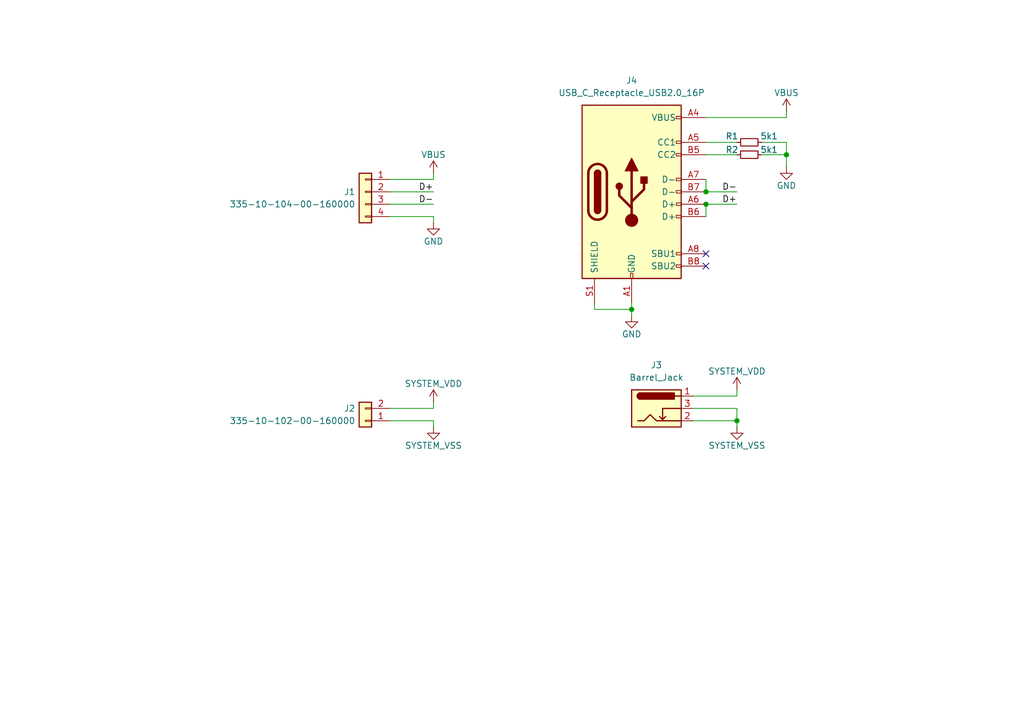
<source format=kicad_sch>
(kicad_sch (version 20250114) (generator "eeschema") (generator_version "9.0")
  (paper "A5")
  (lib_symbols
    (symbol "Connector:Barrel_Jack_Switch" (pin_names (hide yes))
      (property "Reference" "J" (at 0 5.334 0))
      (property "Value" "Barrel_Jack_Switch" (at 0 -5.08 0))
      (symbol "Barrel_Jack_Switch_0_1"
        (rectangle (start -5.08 3.81) (end 5.08 -3.81) (stroke (width 0.254)) (fill (type background)))
        (polyline (pts (xy -3.81 -2.54) (xy -2.54 -2.54) (xy -1.27 -1.27) (xy 0 -2.54) (xy 2.54 -2.54) (xy 5.08 -2.54)) (stroke (width 0.254)))
        (arc (start -3.302 1.905) (mid -3.9343 2.54) (end -3.302 3.175) (stroke (width 0.254)))
        (arc (start -3.302 1.905) (mid -3.9343 2.54) (end -3.302 3.175) (stroke (width 0.254)) (fill (type outline)))
        (polyline (pts (xy 1.27 -2.286) (xy 1.905 -1.651)) (stroke (width 0.254)))
        (rectangle (start 3.683 3.175) (end -3.302 1.905) (stroke (width 0.254)) (fill (type outline)))
        (polyline (pts (xy 5.08 2.54) (xy 3.81 2.54)) (stroke (width 0.254)))
        (polyline (pts (xy 5.08 0) (xy 1.27 0) (xy 1.27 -2.286) (xy 0.635 -1.651)) (stroke (width 0.254)))
      )
      (symbol "Barrel_Jack_Switch_1_1"
        (pin passive line (at 7.62 2.54 180) (length 2.54) (name "~") (number "1"))
        (pin passive line (at 7.62 0 180) (length 2.54) (name "~") (number "3"))
        (pin passive line (at 7.62 -2.54 180) (length 2.54) (name "~") (number "2"))
      )
    )
    (symbol "Connector:USB_C_Receptacle_USB2.0_16P" (pin_names (offset 1.016))
      (property "Reference" "J" (at 0 22.225 0))
      (property "Value" "USB_C_Receptacle_USB2.0_16P" (at 0 19.685 0))
      (symbol "USB_C_Receptacle_USB2.0_16P_0_0"
        (rectangle (start -0.254 -17.78) (end 0.254 -16.764))
        (rectangle (start 10.16 15.494) (end 9.144 14.986))
        (rectangle (start 10.16 10.414) (end 9.144 9.906))
        (rectangle (start 10.16 7.874) (end 9.144 7.366))
        (rectangle (start 10.16 2.794) (end 9.144 2.286))
        (rectangle (start 10.16 0.254) (end 9.144 -0.254))
        (rectangle (start 10.16 -2.286) (end 9.144 -2.794))
        (rectangle (start 10.16 -4.826) (end 9.144 -5.334))
        (rectangle (start 10.16 -12.446) (end 9.144 -12.954))
        (rectangle (start 10.16 -14.986) (end 9.144 -15.494))
      )
      (symbol "USB_C_Receptacle_USB2.0_16P_0_1"
        (rectangle (start -10.16 17.78) (end 10.16 -17.78) (stroke (width 0.254)) (fill (type background)))
        (polyline (pts (xy -8.89 -3.81) (xy -8.89 3.81)) (stroke (width 0.508)))
        (rectangle (start -7.62 -3.81) (end -6.35 3.81) (stroke (width 0.254)) (fill (type outline)))
        (arc (start -7.62 3.81) (mid -6.985 4.4423) (end -6.35 3.81) (stroke (width 0.254)))
        (arc (start -7.62 3.81) (mid -6.985 4.4423) (end -6.35 3.81) (stroke (width 0.254)) (fill (type outline)))
        (arc (start -8.89 3.81) (mid -6.985 5.7067) (end -5.08 3.81) (stroke (width 0.508)))
        (arc (start -5.08 -3.81) (mid -6.985 -5.7067) (end -8.89 -3.81) (stroke (width 0.508)))
        (arc (start -6.35 -3.81) (mid -6.985 -4.4423) (end -7.62 -3.81) (stroke (width 0.254)))
        (arc (start -6.35 -3.81) (mid -6.985 -4.4423) (end -7.62 -3.81) (stroke (width 0.254)) (fill (type outline)))
        (polyline (pts (xy -5.08 3.81) (xy -5.08 -3.81)) (stroke (width 0.508)))
        (circle (center -2.54 1.143) (radius 0.635) (stroke (width 0.254)) (fill (type outline)))
        (polyline (pts (xy -1.27 4.318) (xy 0 6.858) (xy 1.27 4.318) (xy -1.27 4.318)) (stroke (width 0.254)) (fill (type outline)))
        (polyline (pts (xy 0 -2.032) (xy 2.54 0.508) (xy 2.54 1.778)) (stroke (width 0.508)))
        (polyline (pts (xy 0 -3.302) (xy -2.54 -0.762) (xy -2.54 0.508)) (stroke (width 0.508)))
        (polyline (pts (xy 0 -5.842) (xy 0 4.318)) (stroke (width 0.508)))
        (circle (center 0 -5.842) (radius 1.27) (fill (type outline)))
        (rectangle (start 1.905 1.778) (end 3.175 3.048) (stroke (width 0.254)) (fill (type outline)))
      )
      (symbol "USB_C_Receptacle_USB2.0_16P_1_1"
        (pin passive line (at -7.62 -22.86 90) (length 5.08) (name "SHIELD") (number "S1"))
        (pin passive line (at 0 -22.86 90) (length 5.08) (name "GND") (number "A1"))
        (pin passive line (at 0 -22.86 90) (length 5.08) (hide yes) (name "GND") (number "A12"))
        (pin passive line (at 0 -22.86 90) (length 5.08) (hide yes) (name "GND") (number "B1"))
        (pin passive line (at 0 -22.86 90) (length 5.08) (hide yes) (name "GND") (number "B12"))
        (pin passive line (at 15.24 15.24 180) (length 5.08) (name "VBUS") (number "A4"))
        (pin passive line (at 15.24 15.24 180) (length 5.08) (hide yes) (name "VBUS") (number "A9"))
        (pin passive line (at 15.24 15.24 180) (length 5.08) (hide yes) (name "VBUS") (number "B4"))
        (pin passive line (at 15.24 15.24 180) (length 5.08) (hide yes) (name "VBUS") (number "B9"))
        (pin bidirectional line (at 15.24 10.16 180) (length 5.08) (name "CC1") (number "A5"))
        (pin bidirectional line (at 15.24 7.62 180) (length 5.08) (name "CC2") (number "B5"))
        (pin bidirectional line (at 15.24 2.54 180) (length 5.08) (name "D-") (number "A7"))
        (pin bidirectional line (at 15.24 0 180) (length 5.08) (name "D-") (number "B7"))
        (pin bidirectional line (at 15.24 -2.54 180) (length 5.08) (name "D+") (number "A6"))
        (pin bidirectional line (at 15.24 -5.08 180) (length 5.08) (name "D+") (number "B6"))
        (pin bidirectional line (at 15.24 -12.7 180) (length 5.08) (name "SBU1") (number "A8"))
        (pin bidirectional line (at 15.24 -15.24 180) (length 5.08) (name "SBU2") (number "B8"))
      )
    )
    (symbol "Connector_Generic:Conn_01x02" (pin_names (offset 1.016) (hide yes))
      (property "Reference" "J" (at 0 2.54 0))
      (property "Value" "Conn_01x02" (at 0 -5.08 0))
      (symbol "Conn_01x02_1_1"
        (rectangle (start -1.27 1.27) (end 1.27 -3.81) (stroke (width 0.254)) (fill (type background)))
        (rectangle (start -1.27 0.127) (end 0 -0.127) (stroke (width 0.1524)))
        (rectangle (start -1.27 -2.413) (end 0 -2.667) (stroke (width 0.1524)))
        (pin passive line (at -5.08 0 0) (length 3.81) (name "Pin_1") (number "1"))
        (pin passive line (at -5.08 -2.54 0) (length 3.81) (name "Pin_2") (number "2"))
      )
    )
    (symbol "Connector_Generic:Conn_01x04" (pin_names (offset 1.016) (hide yes))
      (property "Reference" "J" (at 0 5.08 0))
      (property "Value" "Conn_01x04" (at 0 -7.62 0))
      (symbol "Conn_01x04_1_1"
        (rectangle (start -1.27 3.81) (end 1.27 -6.35) (stroke (width 0.254)) (fill (type background)))
        (rectangle (start -1.27 2.667) (end 0 2.413) (stroke (width 0.1524)))
        (rectangle (start -1.27 0.127) (end 0 -0.127) (stroke (width 0.1524)))
        (rectangle (start -1.27 -2.413) (end 0 -2.667) (stroke (width 0.1524)))
        (rectangle (start -1.27 -4.953) (end 0 -5.207) (stroke (width 0.1524)))
        (pin passive line (at -5.08 2.54 0) (length 3.81) (name "Pin_1") (number "1"))
        (pin passive line (at -5.08 0 0) (length 3.81) (name "Pin_2") (number "2"))
        (pin passive line (at -5.08 -2.54 0) (length 3.81) (name "Pin_3") (number "3"))
        (pin passive line (at -5.08 -5.08 0) (length 3.81) (name "Pin_4") (number "4"))
      )
    )
    (symbol "Device:R_Small" (pin_numbers (hide yes)) (pin_names (offset 0.254) (hide yes))
      (property "Reference" "R" (at 0 0 90))
      (property "Value" "R_Small" (at 1.778 0 90))
      (symbol "R_Small_0_1"
        (rectangle (start -0.762 1.778) (end 0.762 -1.778) (stroke (width 0.2032)))
      )
      (symbol "R_Small_1_1"
        (pin passive line (at 0 2.54 270) (length 0.762) (name "~") (number "1"))
        (pin passive line (at 0 -2.54 90) (length 0.762) (name "~") (number "2"))
      )
    )
    (symbol "power:GND" (power) (pin_numbers (hide yes)) (pin_names (offset 0) (hide yes))
      (property "Value" "GND" (at 0 -3.81 0))
      (symbol "GND_0_1"
        (polyline (pts (xy 0 0) (xy 0 -1.27) (xy 1.27 -1.27) (xy 0 -2.54) (xy -1.27 -1.27) (xy 0 -1.27)))
      )
      (symbol "GND_1_1"
        (pin power_in line (at 0 0 270) (length 0) (name "~") (number "1"))
      )
    )
    (symbol "power:VBUS" (power) (pin_numbers (hide yes)) (pin_names (offset 0) (hide yes))
      (property "Value" "VBUS" (at 0 3.556 0))
      (symbol "VBUS_0_1"
        (polyline (pts (xy -0.762 1.27) (xy 0 2.54)))
        (polyline (pts (xy 0 2.54) (xy 0.762 1.27)))
        (polyline (pts (xy 0 0) (xy 0 2.54)))
      )
      (symbol "VBUS_1_1"
        (pin power_in line (at 0 0 90) (length 0) (name "~") (number "1"))
      )
    )
    (symbol "power:VDD" (power) (pin_numbers (hide yes)) (pin_names (offset 0) (hide yes))
      (property "Value" "VDD" (at 0 3.556 0))
      (symbol "VDD_0_1"
        (polyline (pts (xy -0.762 1.27) (xy 0 2.54)))
        (polyline (pts (xy 0 2.54) (xy 0.762 1.27)))
        (polyline (pts (xy 0 0) (xy 0 2.54)))
      )
      (symbol "VDD_1_1"
        (pin power_in line (at 0 0 90) (length 0) (name "~") (number "1"))
      )
    )
  )
  (junction (at 144.78 41.91))
  (junction (at 129.54 63.5))
  (junction (at 144.78 39.37))
  (junction (at 161.29 31.75))
  (junction (at 151.13 86.36))
  (no_connect (at 144.78 54.61))
  (no_connect (at 144.78 52.07))
  (wire (pts (xy 144.78 29.21) (xy 151.13 29.21)))
  (wire (pts (xy 156.21 31.75) (xy 161.29 31.75)))
  (wire (pts (xy 144.78 44.45) (xy 144.78 41.91)))
  (wire (pts (xy 80.01 36.83) (xy 88.9 36.83)))
  (wire (pts (xy 161.29 29.21) (xy 156.21 29.21)))
  (wire (pts (xy 151.13 80.01) (xy 151.13 81.28)))
  (wire (pts (xy 144.78 31.75) (xy 151.13 31.75)))
  (wire (pts (xy 142.24 81.28) (xy 151.13 81.28)))
  (wire (pts (xy 129.54 62.23) (xy 129.54 63.5)))
  (wire (pts (xy 80.01 44.45) (xy 88.9 44.45)))
  (wire (pts (xy 144.78 24.13) (xy 161.29 24.13)))
  (wire (pts (xy 121.92 63.5) (xy 129.54 63.5)))
  (wire (pts (xy 88.9 44.45) (xy 88.9 45.72)))
  (wire (pts (xy 161.29 31.75) (xy 161.29 29.21)))
  (wire (pts (xy 121.92 62.23) (xy 121.92 63.5)))
  (wire (pts (xy 80.01 86.36) (xy 88.9 86.36)))
  (wire (pts (xy 142.24 83.82) (xy 151.13 83.82)))
  (wire (pts (xy 80.01 39.37) (xy 88.9 39.37)))
  (wire (pts (xy 144.78 41.91) (xy 151.13 41.91)))
  (wire (pts (xy 88.9 86.36) (xy 88.9 87.63)))
  (wire (pts (xy 144.78 36.83) (xy 144.78 39.37)))
  (wire (pts (xy 129.54 63.5) (xy 129.54 64.77)))
  (wire (pts (xy 161.29 34.29) (xy 161.29 31.75)))
  (wire (pts (xy 80.01 83.82) (xy 88.9 83.82)))
  (wire (pts (xy 151.13 83.82) (xy 151.13 86.36)))
  (wire (pts (xy 80.01 41.91) (xy 88.9 41.91)))
  (wire (pts (xy 151.13 86.36) (xy 151.13 87.63)))
  (wire (pts (xy 161.29 22.86) (xy 161.29 24.13)))
  (wire (pts (xy 142.24 86.36) (xy 151.13 86.36)))
  (wire (pts (xy 88.9 35.56) (xy 88.9 36.83)))
  (wire (pts (xy 88.9 82.55) (xy 88.9 83.82)))
  (wire (pts (xy 144.78 39.37) (xy 151.13 39.37)))
  (label "D-" (at 151.13 39.37 180))
  (label "D-" (at 88.9 41.91 180))
  (label "D+" (at 88.9 39.37 180))
  (label "D+" (at 151.13 41.91 180))
  (symbol (lib_id "power:GND") (at 129.54 64.77 0) (unit 1)
    (property "Reference" "#PWR07" (effects (hide yes)))
    (property "Value" "GND" (at 129.54 68.58 0))
    (property "Description" "Power symbol creates a global label with name \"GND\" , ground" (effects (hide yes)))
  )
  (symbol (lib_id "power:GND") (at 88.9 45.72 0) (unit 1)
    (property "Reference" "#PWR02" (effects (hide yes)))
    (property "Value" "GND" (at 88.9 49.53 0))
    (property "Description" "Power symbol creates a global label with name \"GND\" , ground" (effects (hide yes)))
  )
  (symbol (lib_id "power:VDD") (at 151.13 80.01 0) (unit 1)
    (property "Reference" "#PWR05" (effects (hide yes)))
    (property "Value" "SYSTEM_VDD" (at 151.13 76.2 0))
    (property "Description" "Power symbol creates a global label with name \"VDD\"" (effects (hide yes)))
  )
  (symbol (lib_id "Device:R_Small") (at 153.67 29.21 90) (unit 1)
    (property "Reference" "R1" (at 150.114 27.94 90))
    (property "Value" "5k1" (at 157.734 27.94 90))
    (property "Footprint" "Resistor_SMD:R_0603_1608Metric" (effects (hide yes)))
    (property "Description" "Resistor, small symbol" (effects (hide yes)))
  )
  (symbol (lib_id "Device:R_Small") (at 153.67 31.75 90) (unit 1)
    (property "Reference" "R2" (at 150.114 30.734 90))
    (property "Value" "5k1" (at 157.734 30.734 90))
    (property "Footprint" "Resistor_SMD:R_0603_1608Metric" (effects (hide yes)))
    (property "Description" "Resistor, small symbol" (effects (hide yes)))
  )
  (symbol (lib_id "power:GND") (at 88.9 87.63 0) (unit 1)
    (property "Reference" "#PWR04" (effects (hide yes)))
    (property "Value" "SYSTEM_VSS" (at 88.9 91.44 0))
    (property "Description" "Power symbol creates a global label with name \"GND\" , ground" (effects (hide yes)))
  )
  (symbol (lib_id "power:VDD") (at 88.9 82.55 0) (unit 1)
    (property "Reference" "#PWR03" (effects (hide yes)))
    (property "Value" "SYSTEM_VDD" (at 88.9 78.74 0))
    (property "Description" "Power symbol creates a global label with name \"VDD\"" (effects (hide yes)))
  )
  (symbol (lib_id "Connector_Generic:Conn_01x02") (at 74.93 86.36 180) (unit 1)
    (property "Reference" "J2" (at 72.898 83.82 0) (effects (justify left)))
    (property "Value" "335-10-102-00-160000" (at 72.898 86.36 0) (effects (justify left)))
    (property "Footprint" "DaughterBoard:335-10-102-00-160000" (effects (hide yes)))
    (property "Description" "Generic connector, single row, 01x02, script generated (kicad-library-utils/schlib/autogen/connector/)" (effects (hide yes)))
  )
  (symbol (lib_id "power:VBUS") (at 161.29 22.86 0) (unit 1)
    (property "Reference" "#PWR08" (effects (hide yes)))
    (property "Value" "VBUS" (at 161.29 19.05 0))
    (property "Description" "Power symbol creates a global label with name \"VBUS\"" (effects (hide yes)))
  )
  (symbol (lib_id "Connector:USB_C_Receptacle_USB2.0_16P") (at 129.54 39.37 0) (unit 1)
    (property "Reference" "J4" (at 129.54 16.51 0))
    (property "Value" "USB_C_Receptacle_USB2.0_16P" (at 129.54 19.05 0))
    (property "Footprint" "Connector_USB:USB_C_Receptacle_GCT_USB4105-xx-A_16P_TopMnt_Horizontal" (effects (hide yes)))
    (property "Datasheet" "https://www.usb.org/sites/default/files/documents/usb_type-c.zip" (effects (hide yes)))
    (property "Description" "USB 2.0-only 16P Type-C Receptacle connector" (effects (hide yes)))
  )
  (symbol (lib_id "power:GND") (at 161.29 34.29 0) (unit 1)
    (property "Reference" "#PWR09" (effects (hide yes)))
    (property "Value" "GND" (at 161.29 38.1 0))
    (property "Description" "Power symbol creates a global label with name \"GND\" , ground" (effects (hide yes)))
  )
  (symbol (lib_id "Connector_Generic:Conn_01x04") (at 74.93 39.37 0) (mirror y) (unit 1)
    (property "Reference" "J1" (at 72.898 39.37 0) (effects (justify left)))
    (property "Value" "335-10-104-00-160000" (at 72.898 41.91 0) (effects (justify left)))
    (property "Footprint" "DaughterBoard:335-10-104-00-160000" (effects (hide yes)))
    (property "Description" "Generic connector, single row, 01x04, script generated (kicad-library-utils/schlib/autogen/connector/)" (effects (hide yes)))
  )
  (symbol (lib_id "power:VBUS") (at 88.9 35.56 0) (unit 1)
    (property "Reference" "#PWR01" (effects (hide yes)))
    (property "Value" "VBUS" (at 88.9 31.75 0))
    (property "Description" "Power symbol creates a global label with name \"VBUS\"" (effects (hide yes)))
  )
  (symbol (lib_id "Connector:Barrel_Jack_Switch") (at 134.62 83.82 0) (unit 1)
    (property "Reference" "J3" (at 134.62 74.93 0))
    (property "Value" "Barrel_Jack" (at 134.62 77.47 0))
    (property "Footprint" "Connector_BarrelJack:BarrelJack_Wuerth_694106106102_2.0x5.5mm" (effects (hide yes)))
    (property "Description" "DC Barrel Jack with an internal switch" (effects (hide yes)))
  )
  (symbol (lib_id "power:GND") (at 151.13 87.63 0) (unit 1)
    (property "Reference" "#PWR06" (effects (hide yes)))
    (property "Value" "SYSTEM_VSS" (at 151.13 91.44 0))
    (property "Description" "Power symbol creates a global label with name \"GND\" , ground" (effects (hide yes)))
  )
)
</source>
